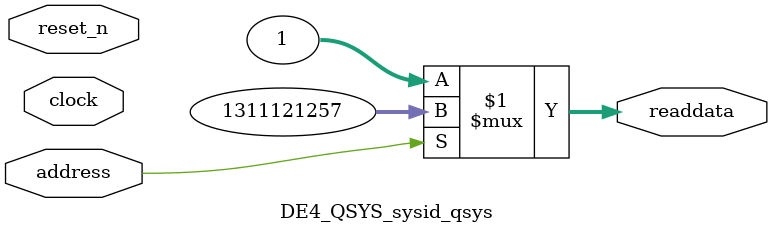
<source format=v>

`timescale 1ns / 1ps
// synthesis translate_on

// turn off superfluous verilog processor warnings 
// altera message_level Level1 
// altera message_off 10034 10035 10036 10037 10230 10240 10030 

module DE4_QSYS_sysid_qsys (
               // inputs:
                address,
                clock,
                reset_n,

               // outputs:
                readdata
             )
;

  output  [ 31: 0] readdata;
  input            address;
  input            clock;
  input            reset_n;

  wire    [ 31: 0] readdata;
  //control_slave, which is an e_avalon_slave
  assign readdata = address ? 1311121257 : 1;

endmodule




</source>
